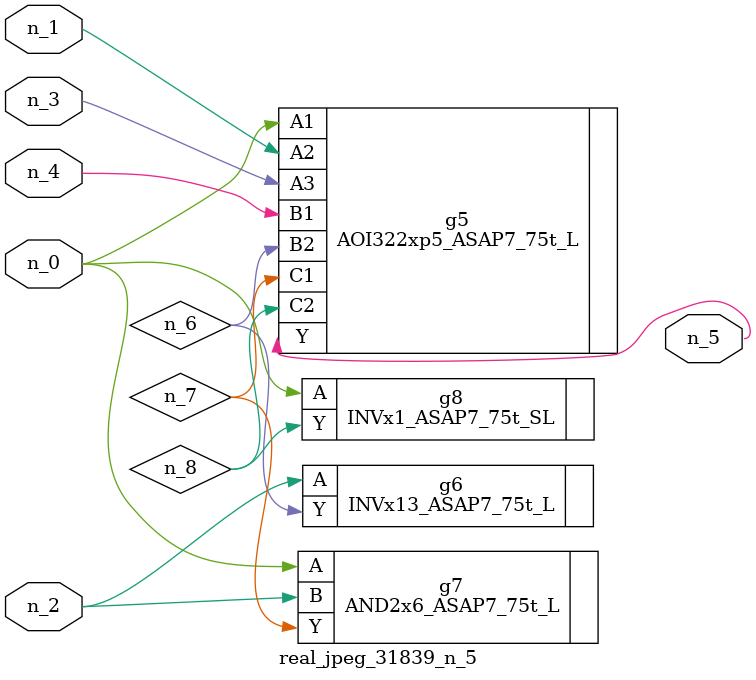
<source format=v>
module real_jpeg_31839_n_5 (n_4, n_0, n_1, n_2, n_3, n_5);

input n_4;
input n_0;
input n_1;
input n_2;
input n_3;

output n_5;

wire n_8;
wire n_6;
wire n_7;

AOI322xp5_ASAP7_75t_L g5 ( 
.A1(n_0),
.A2(n_1),
.A3(n_3),
.B1(n_4),
.B2(n_6),
.C1(n_7),
.C2(n_8),
.Y(n_5)
);

AND2x6_ASAP7_75t_L g7 ( 
.A(n_0),
.B(n_2),
.Y(n_7)
);

INVx1_ASAP7_75t_SL g8 ( 
.A(n_0),
.Y(n_8)
);

INVx13_ASAP7_75t_L g6 ( 
.A(n_2),
.Y(n_6)
);


endmodule
</source>
